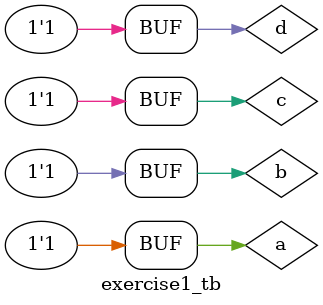
<source format=v>
`timescale 1ns/1ns
`include "exercise1.v"

module exercise1_tb();
    reg a, b, c, d;
    wire f;

    exercise1 ex1(a, b, c, d, f);
    initial begin
        $dumpfile("exercise1_tb.vcd");
        $dumpvars(0, exercise1_tb);

        a = 1'b0; b=1'b0; c=1'b0; d=1'b0;
        #20;
        a = 1'b0; b=1'b0; c=1'b0; d=1'b1;
        #20;
        a = 1'b0; b=1'b0; c=1'b1; d=1'b0;
        #20;
        a = 1'b0; b=1'b0; c=1'b1; d=1'b1;
        #20;
        a = 1'b0; b=1'b1; c=1'b0; d=1'b0;
        #20;
        a = 1'b0; b=1'b1; c=1'b0; d=1'b1;
        #20;
        a = 1'b0; b=1'b1; c=1'b1; d=1'b0;
        #20;
        a = 1'b0; b=1'b1; c=1'b1; d=1'b1;
        #20;
        a = 1'b1; b=1'b0; c=1'b0; d=1'b0;
        #20;
        a = 1'b1; b=1'b0; c=1'b0; d=1'b1;
        #20;
        a = 1'b1; b=1'b0; c=1'b1; d=1'b0;
        #20;
        a = 1'b1; b=1'b0; c=1'b1; d=1'b1;
        #20;
        a = 1'b1; b=1'b1; c=1'b0; d=1'b0;
        #20;
        a = 1'b1; b=1'b1; c=1'b0; d=1'b1;
        #20;
        a = 1'b1; b=1'b1; c=1'b1; d=1'b0;
        #20;
        a = 1'b1; b=1'b1; c=1'b1; d=1'b1;
        #20;

        $display("Test complete");
    end
endmodule
</source>
